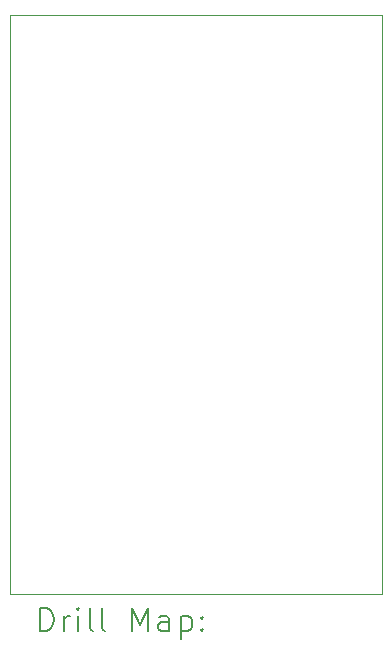
<source format=gbr>
%TF.GenerationSoftware,KiCad,Pcbnew,8.0.5*%
%TF.CreationDate,2024-09-24T01:03:56+02:00*%
%TF.ProjectId,RRF_MOT_EXP_ADAPTER,5252465f-4d4f-4545-9f45-58505f414441,rev?*%
%TF.SameCoordinates,Original*%
%TF.FileFunction,Drillmap*%
%TF.FilePolarity,Positive*%
%FSLAX45Y45*%
G04 Gerber Fmt 4.5, Leading zero omitted, Abs format (unit mm)*
G04 Created by KiCad (PCBNEW 8.0.5) date 2024-09-24 01:03:56*
%MOMM*%
%LPD*%
G01*
G04 APERTURE LIST*
%ADD10C,0.050000*%
%ADD11C,0.200000*%
G04 APERTURE END LIST*
D10*
X10925000Y-3525000D02*
X14075000Y-3525000D01*
X14075000Y-8425000D01*
X10925000Y-8425000D01*
X10925000Y-3525000D01*
D11*
X11183277Y-8738984D02*
X11183277Y-8538984D01*
X11183277Y-8538984D02*
X11230896Y-8538984D01*
X11230896Y-8538984D02*
X11259467Y-8548508D01*
X11259467Y-8548508D02*
X11278515Y-8567555D01*
X11278515Y-8567555D02*
X11288039Y-8586603D01*
X11288039Y-8586603D02*
X11297562Y-8624698D01*
X11297562Y-8624698D02*
X11297562Y-8653270D01*
X11297562Y-8653270D02*
X11288039Y-8691365D01*
X11288039Y-8691365D02*
X11278515Y-8710412D01*
X11278515Y-8710412D02*
X11259467Y-8729460D01*
X11259467Y-8729460D02*
X11230896Y-8738984D01*
X11230896Y-8738984D02*
X11183277Y-8738984D01*
X11383277Y-8738984D02*
X11383277Y-8605650D01*
X11383277Y-8643746D02*
X11392801Y-8624698D01*
X11392801Y-8624698D02*
X11402324Y-8615174D01*
X11402324Y-8615174D02*
X11421372Y-8605650D01*
X11421372Y-8605650D02*
X11440420Y-8605650D01*
X11507086Y-8738984D02*
X11507086Y-8605650D01*
X11507086Y-8538984D02*
X11497562Y-8548508D01*
X11497562Y-8548508D02*
X11507086Y-8558031D01*
X11507086Y-8558031D02*
X11516610Y-8548508D01*
X11516610Y-8548508D02*
X11507086Y-8538984D01*
X11507086Y-8538984D02*
X11507086Y-8558031D01*
X11630896Y-8738984D02*
X11611848Y-8729460D01*
X11611848Y-8729460D02*
X11602324Y-8710412D01*
X11602324Y-8710412D02*
X11602324Y-8538984D01*
X11735658Y-8738984D02*
X11716610Y-8729460D01*
X11716610Y-8729460D02*
X11707086Y-8710412D01*
X11707086Y-8710412D02*
X11707086Y-8538984D01*
X11964229Y-8738984D02*
X11964229Y-8538984D01*
X11964229Y-8538984D02*
X12030896Y-8681841D01*
X12030896Y-8681841D02*
X12097562Y-8538984D01*
X12097562Y-8538984D02*
X12097562Y-8738984D01*
X12278515Y-8738984D02*
X12278515Y-8634222D01*
X12278515Y-8634222D02*
X12268991Y-8615174D01*
X12268991Y-8615174D02*
X12249943Y-8605650D01*
X12249943Y-8605650D02*
X12211848Y-8605650D01*
X12211848Y-8605650D02*
X12192801Y-8615174D01*
X12278515Y-8729460D02*
X12259467Y-8738984D01*
X12259467Y-8738984D02*
X12211848Y-8738984D01*
X12211848Y-8738984D02*
X12192801Y-8729460D01*
X12192801Y-8729460D02*
X12183277Y-8710412D01*
X12183277Y-8710412D02*
X12183277Y-8691365D01*
X12183277Y-8691365D02*
X12192801Y-8672317D01*
X12192801Y-8672317D02*
X12211848Y-8662793D01*
X12211848Y-8662793D02*
X12259467Y-8662793D01*
X12259467Y-8662793D02*
X12278515Y-8653270D01*
X12373753Y-8605650D02*
X12373753Y-8805650D01*
X12373753Y-8615174D02*
X12392801Y-8605650D01*
X12392801Y-8605650D02*
X12430896Y-8605650D01*
X12430896Y-8605650D02*
X12449943Y-8615174D01*
X12449943Y-8615174D02*
X12459467Y-8624698D01*
X12459467Y-8624698D02*
X12468991Y-8643746D01*
X12468991Y-8643746D02*
X12468991Y-8700889D01*
X12468991Y-8700889D02*
X12459467Y-8719936D01*
X12459467Y-8719936D02*
X12449943Y-8729460D01*
X12449943Y-8729460D02*
X12430896Y-8738984D01*
X12430896Y-8738984D02*
X12392801Y-8738984D01*
X12392801Y-8738984D02*
X12373753Y-8729460D01*
X12554705Y-8719936D02*
X12564229Y-8729460D01*
X12564229Y-8729460D02*
X12554705Y-8738984D01*
X12554705Y-8738984D02*
X12545182Y-8729460D01*
X12545182Y-8729460D02*
X12554705Y-8719936D01*
X12554705Y-8719936D02*
X12554705Y-8738984D01*
X12554705Y-8615174D02*
X12564229Y-8624698D01*
X12564229Y-8624698D02*
X12554705Y-8634222D01*
X12554705Y-8634222D02*
X12545182Y-8624698D01*
X12545182Y-8624698D02*
X12554705Y-8615174D01*
X12554705Y-8615174D02*
X12554705Y-8634222D01*
M02*

</source>
